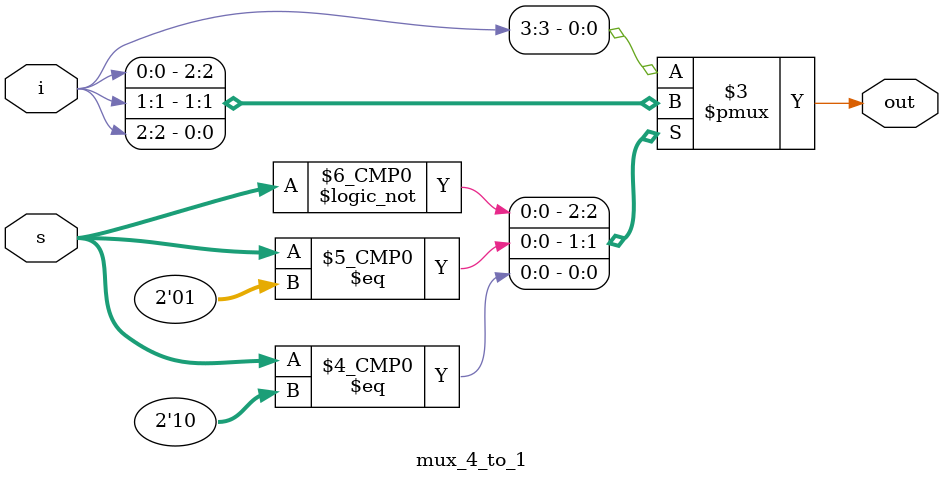
<source format=v>
`timescale 1ns / 1ps


module mux_4_to_1(
    i, s, out
    );
    input [3: 0] i;
    input [1: 0] s;
    output reg out;
    
    always @(*) begin
        case (s)
            2'b00: out = i[0];
            2'b01: out = i[1];
            2'b10: out = i[2];
            default: out = i[3];
            // default == 2'b11
        endcase
    end
endmodule

</source>
